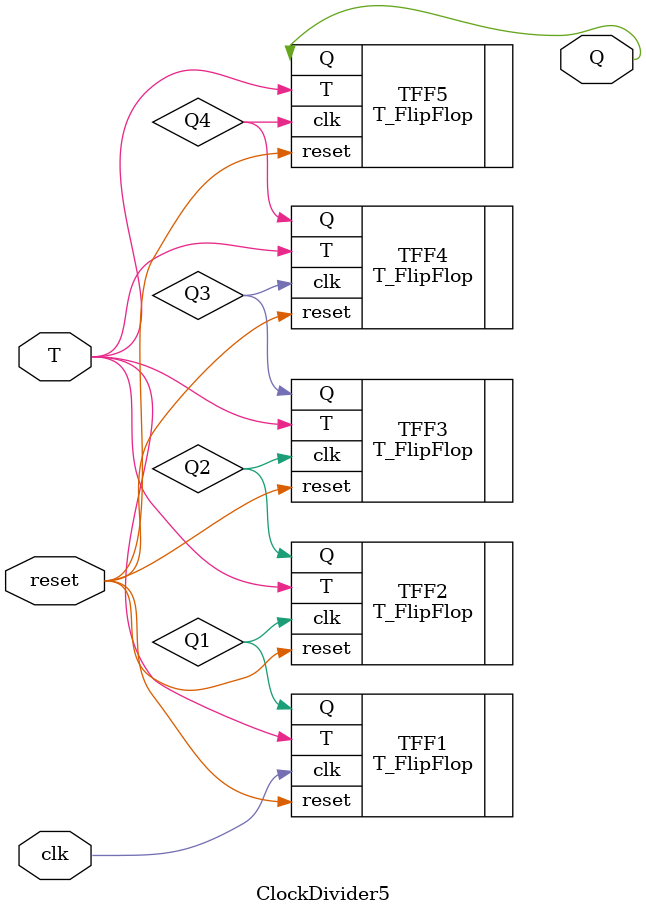
<source format=v>
module ClockDivider5 (
    input clk,
    input reset,
	 input T,
    output Q
);
    wire Q1, Q2, Q3, Q4;

    T_FlipFlop TFF1 (
        .T(T),
        .clk(clk),
        .reset(reset),
        .Q(Q1)
    );

    
    T_FlipFlop TFF2 (
        .T(T),
        .clk(Q1),
        .reset(reset),
        .Q(Q2)
    );
	 
	 T_FlipFlop TFF3 (
        .T(T),
        .clk(Q2),
        .reset(reset),
        .Q(Q3)
    );
	 
	 T_FlipFlop TFF4 (
        .T(T),
        .clk(Q3),
        .reset(reset),
        .Q(Q4)
    );
	 
	 T_FlipFlop TFF5 (
        .T(T),
        .clk(Q4),
        .reset(reset),
        .Q(Q)
    );
	 
endmodule

</source>
